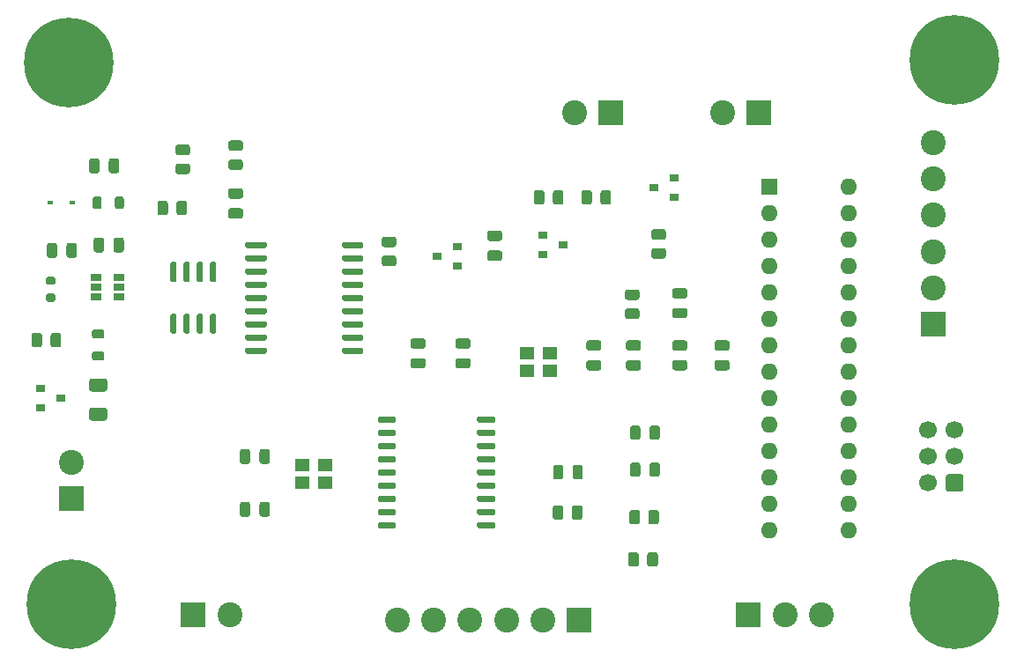
<source format=gbr>
%TF.GenerationSoftware,KiCad,Pcbnew,(5.1.12-1-10_14)*%
%TF.CreationDate,2021-11-26T20:13:54-05:00*%
%TF.ProjectId,Untitled,556e7469-746c-4656-942e-6b696361645f,rev?*%
%TF.SameCoordinates,Original*%
%TF.FileFunction,Soldermask,Top*%
%TF.FilePolarity,Negative*%
%FSLAX46Y46*%
G04 Gerber Fmt 4.6, Leading zero omitted, Abs format (unit mm)*
G04 Created by KiCad (PCBNEW (5.1.12-1-10_14)) date 2021-11-26 20:13:54*
%MOMM*%
%LPD*%
G01*
G04 APERTURE LIST*
%ADD10R,0.600000X0.450000*%
%ADD11C,0.900000*%
%ADD12C,8.600000*%
%ADD13R,2.400000X2.400000*%
%ADD14C,2.400000*%
%ADD15C,1.700000*%
%ADD16R,0.900000X0.800000*%
%ADD17R,1.060000X0.650000*%
%ADD18R,1.600000X1.600000*%
%ADD19O,1.600000X1.600000*%
%ADD20R,1.400000X1.200000*%
G04 APERTURE END LIST*
%TO.C,C1*%
G36*
G01*
X106058000Y-130015000D02*
X106058000Y-129065000D01*
G75*
G02*
X106308000Y-128815000I250000J0D01*
G01*
X106808000Y-128815000D01*
G75*
G02*
X107058000Y-129065000I0J-250000D01*
G01*
X107058000Y-130015000D01*
G75*
G02*
X106808000Y-130265000I-250000J0D01*
G01*
X106308000Y-130265000D01*
G75*
G02*
X106058000Y-130015000I0J250000D01*
G01*
G37*
G36*
G01*
X107958000Y-130015000D02*
X107958000Y-129065000D01*
G75*
G02*
X108208000Y-128815000I250000J0D01*
G01*
X108708000Y-128815000D01*
G75*
G02*
X108958000Y-129065000I0J-250000D01*
G01*
X108958000Y-130015000D01*
G75*
G02*
X108708000Y-130265000I-250000J0D01*
G01*
X108208000Y-130265000D01*
G75*
G02*
X107958000Y-130015000I0J250000D01*
G01*
G37*
%TD*%
%TO.C,C2*%
G36*
G01*
X107958000Y-124935000D02*
X107958000Y-123985000D01*
G75*
G02*
X108208000Y-123735000I250000J0D01*
G01*
X108708000Y-123735000D01*
G75*
G02*
X108958000Y-123985000I0J-250000D01*
G01*
X108958000Y-124935000D01*
G75*
G02*
X108708000Y-125185000I-250000J0D01*
G01*
X108208000Y-125185000D01*
G75*
G02*
X107958000Y-124935000I0J250000D01*
G01*
G37*
G36*
G01*
X106058000Y-124935000D02*
X106058000Y-123985000D01*
G75*
G02*
X106308000Y-123735000I250000J0D01*
G01*
X106808000Y-123735000D01*
G75*
G02*
X107058000Y-123985000I0J-250000D01*
G01*
X107058000Y-124935000D01*
G75*
G02*
X106808000Y-125185000I-250000J0D01*
G01*
X106308000Y-125185000D01*
G75*
G02*
X106058000Y-124935000I0J250000D01*
G01*
G37*
%TD*%
%TO.C,C3*%
G36*
G01*
X90416000Y-104173000D02*
X90416000Y-105123000D01*
G75*
G02*
X90166000Y-105373000I-250000J0D01*
G01*
X89666000Y-105373000D01*
G75*
G02*
X89416000Y-105123000I0J250000D01*
G01*
X89416000Y-104173000D01*
G75*
G02*
X89666000Y-103923000I250000J0D01*
G01*
X90166000Y-103923000D01*
G75*
G02*
X90416000Y-104173000I0J-250000D01*
G01*
G37*
G36*
G01*
X88516000Y-104173000D02*
X88516000Y-105123000D01*
G75*
G02*
X88266000Y-105373000I-250000J0D01*
G01*
X87766000Y-105373000D01*
G75*
G02*
X87516000Y-105123000I0J250000D01*
G01*
X87516000Y-104173000D01*
G75*
G02*
X87766000Y-103923000I250000J0D01*
G01*
X88266000Y-103923000D01*
G75*
G02*
X88516000Y-104173000I0J-250000D01*
G01*
G37*
%TD*%
%TO.C,C4*%
G36*
G01*
X122715000Y-113104000D02*
X123665000Y-113104000D01*
G75*
G02*
X123915000Y-113354000I0J-250000D01*
G01*
X123915000Y-113854000D01*
G75*
G02*
X123665000Y-114104000I-250000J0D01*
G01*
X122715000Y-114104000D01*
G75*
G02*
X122465000Y-113854000I0J250000D01*
G01*
X122465000Y-113354000D01*
G75*
G02*
X122715000Y-113104000I250000J0D01*
G01*
G37*
G36*
G01*
X122715000Y-115004000D02*
X123665000Y-115004000D01*
G75*
G02*
X123915000Y-115254000I0J-250000D01*
G01*
X123915000Y-115754000D01*
G75*
G02*
X123665000Y-116004000I-250000J0D01*
G01*
X122715000Y-116004000D01*
G75*
G02*
X122465000Y-115754000I0J250000D01*
G01*
X122465000Y-115254000D01*
G75*
G02*
X122715000Y-115004000I250000J0D01*
G01*
G37*
%TD*%
%TO.C,C5*%
G36*
G01*
X127033000Y-115004000D02*
X127983000Y-115004000D01*
G75*
G02*
X128233000Y-115254000I0J-250000D01*
G01*
X128233000Y-115754000D01*
G75*
G02*
X127983000Y-116004000I-250000J0D01*
G01*
X127033000Y-116004000D01*
G75*
G02*
X126783000Y-115754000I0J250000D01*
G01*
X126783000Y-115254000D01*
G75*
G02*
X127033000Y-115004000I250000J0D01*
G01*
G37*
G36*
G01*
X127033000Y-113104000D02*
X127983000Y-113104000D01*
G75*
G02*
X128233000Y-113354000I0J-250000D01*
G01*
X128233000Y-113854000D01*
G75*
G02*
X127983000Y-114104000I-250000J0D01*
G01*
X127033000Y-114104000D01*
G75*
G02*
X126783000Y-113854000I0J250000D01*
G01*
X126783000Y-113354000D01*
G75*
G02*
X127033000Y-113104000I250000J0D01*
G01*
G37*
%TD*%
%TO.C,C6*%
G36*
G01*
X140556000Y-116197000D02*
X139606000Y-116197000D01*
G75*
G02*
X139356000Y-115947000I0J250000D01*
G01*
X139356000Y-115447000D01*
G75*
G02*
X139606000Y-115197000I250000J0D01*
G01*
X140556000Y-115197000D01*
G75*
G02*
X140806000Y-115447000I0J-250000D01*
G01*
X140806000Y-115947000D01*
G75*
G02*
X140556000Y-116197000I-250000J0D01*
G01*
G37*
G36*
G01*
X140556000Y-114297000D02*
X139606000Y-114297000D01*
G75*
G02*
X139356000Y-114047000I0J250000D01*
G01*
X139356000Y-113547000D01*
G75*
G02*
X139606000Y-113297000I250000J0D01*
G01*
X140556000Y-113297000D01*
G75*
G02*
X140806000Y-113547000I0J-250000D01*
G01*
X140806000Y-114047000D01*
G75*
G02*
X140556000Y-114297000I-250000J0D01*
G01*
G37*
%TD*%
%TO.C,C7*%
G36*
G01*
X144366000Y-114297000D02*
X143416000Y-114297000D01*
G75*
G02*
X143166000Y-114047000I0J250000D01*
G01*
X143166000Y-113547000D01*
G75*
G02*
X143416000Y-113297000I250000J0D01*
G01*
X144366000Y-113297000D01*
G75*
G02*
X144616000Y-113547000I0J-250000D01*
G01*
X144616000Y-114047000D01*
G75*
G02*
X144366000Y-114297000I-250000J0D01*
G01*
G37*
G36*
G01*
X144366000Y-116197000D02*
X143416000Y-116197000D01*
G75*
G02*
X143166000Y-115947000I0J250000D01*
G01*
X143166000Y-115447000D01*
G75*
G02*
X143416000Y-115197000I250000J0D01*
G01*
X144366000Y-115197000D01*
G75*
G02*
X144616000Y-115447000I0J-250000D01*
G01*
X144616000Y-115947000D01*
G75*
G02*
X144366000Y-116197000I-250000J0D01*
G01*
G37*
%TD*%
%TO.C,C8*%
G36*
G01*
X147861000Y-113292000D02*
X148811000Y-113292000D01*
G75*
G02*
X149061000Y-113542000I0J-250000D01*
G01*
X149061000Y-114042000D01*
G75*
G02*
X148811000Y-114292000I-250000J0D01*
G01*
X147861000Y-114292000D01*
G75*
G02*
X147611000Y-114042000I0J250000D01*
G01*
X147611000Y-113542000D01*
G75*
G02*
X147861000Y-113292000I250000J0D01*
G01*
G37*
G36*
G01*
X147861000Y-115192000D02*
X148811000Y-115192000D01*
G75*
G02*
X149061000Y-115442000I0J-250000D01*
G01*
X149061000Y-115942000D01*
G75*
G02*
X148811000Y-116192000I-250000J0D01*
G01*
X147861000Y-116192000D01*
G75*
G02*
X147611000Y-115942000I0J250000D01*
G01*
X147611000Y-115442000D01*
G75*
G02*
X147861000Y-115192000I250000J0D01*
G01*
G37*
%TD*%
%TO.C,C9*%
G36*
G01*
X151925000Y-115197000D02*
X152875000Y-115197000D01*
G75*
G02*
X153125000Y-115447000I0J-250000D01*
G01*
X153125000Y-115947000D01*
G75*
G02*
X152875000Y-116197000I-250000J0D01*
G01*
X151925000Y-116197000D01*
G75*
G02*
X151675000Y-115947000I0J250000D01*
G01*
X151675000Y-115447000D01*
G75*
G02*
X151925000Y-115197000I250000J0D01*
G01*
G37*
G36*
G01*
X151925000Y-113297000D02*
X152875000Y-113297000D01*
G75*
G02*
X153125000Y-113547000I0J-250000D01*
G01*
X153125000Y-114047000D01*
G75*
G02*
X152875000Y-114297000I-250000J0D01*
G01*
X151925000Y-114297000D01*
G75*
G02*
X151675000Y-114047000I0J250000D01*
G01*
X151675000Y-113547000D01*
G75*
G02*
X151925000Y-113297000I250000J0D01*
G01*
G37*
%TD*%
%TO.C,C10*%
G36*
G01*
X93922000Y-104615000D02*
X93922000Y-103665000D01*
G75*
G02*
X94172000Y-103415000I250000J0D01*
G01*
X94672000Y-103415000D01*
G75*
G02*
X94922000Y-103665000I0J-250000D01*
G01*
X94922000Y-104615000D01*
G75*
G02*
X94672000Y-104865000I-250000J0D01*
G01*
X94172000Y-104865000D01*
G75*
G02*
X93922000Y-104615000I0J250000D01*
G01*
G37*
G36*
G01*
X92022000Y-104615000D02*
X92022000Y-103665000D01*
G75*
G02*
X92272000Y-103415000I250000J0D01*
G01*
X92772000Y-103415000D01*
G75*
G02*
X93022000Y-103665000I0J-250000D01*
G01*
X93022000Y-104615000D01*
G75*
G02*
X92772000Y-104865000I-250000J0D01*
G01*
X92272000Y-104865000D01*
G75*
G02*
X92022000Y-104615000I0J250000D01*
G01*
G37*
%TD*%
%TO.C,C11*%
G36*
G01*
X105189000Y-100592000D02*
X106139000Y-100592000D01*
G75*
G02*
X106389000Y-100842000I0J-250000D01*
G01*
X106389000Y-101342000D01*
G75*
G02*
X106139000Y-101592000I-250000J0D01*
G01*
X105189000Y-101592000D01*
G75*
G02*
X104939000Y-101342000I0J250000D01*
G01*
X104939000Y-100842000D01*
G75*
G02*
X105189000Y-100592000I250000J0D01*
G01*
G37*
G36*
G01*
X105189000Y-98692000D02*
X106139000Y-98692000D01*
G75*
G02*
X106389000Y-98942000I0J-250000D01*
G01*
X106389000Y-99442000D01*
G75*
G02*
X106139000Y-99692000I-250000J0D01*
G01*
X105189000Y-99692000D01*
G75*
G02*
X104939000Y-99442000I0J250000D01*
G01*
X104939000Y-98942000D01*
G75*
G02*
X105189000Y-98692000I250000J0D01*
G01*
G37*
%TD*%
%TO.C,C12*%
G36*
G01*
X94480000Y-96045000D02*
X94480000Y-96995000D01*
G75*
G02*
X94230000Y-97245000I-250000J0D01*
G01*
X93730000Y-97245000D01*
G75*
G02*
X93480000Y-96995000I0J250000D01*
G01*
X93480000Y-96045000D01*
G75*
G02*
X93730000Y-95795000I250000J0D01*
G01*
X94230000Y-95795000D01*
G75*
G02*
X94480000Y-96045000I0J-250000D01*
G01*
G37*
G36*
G01*
X92580000Y-96045000D02*
X92580000Y-96995000D01*
G75*
G02*
X92330000Y-97245000I-250000J0D01*
G01*
X91830000Y-97245000D01*
G75*
G02*
X91580000Y-96995000I0J250000D01*
G01*
X91580000Y-96045000D01*
G75*
G02*
X91830000Y-95795000I250000J0D01*
G01*
X92330000Y-95795000D01*
G75*
G02*
X92580000Y-96045000I0J-250000D01*
G01*
G37*
%TD*%
%TO.C,C13*%
G36*
G01*
X147861000Y-108278000D02*
X148811000Y-108278000D01*
G75*
G02*
X149061000Y-108528000I0J-250000D01*
G01*
X149061000Y-109028000D01*
G75*
G02*
X148811000Y-109278000I-250000J0D01*
G01*
X147861000Y-109278000D01*
G75*
G02*
X147611000Y-109028000I0J250000D01*
G01*
X147611000Y-108528000D01*
G75*
G02*
X147861000Y-108278000I250000J0D01*
G01*
G37*
G36*
G01*
X147861000Y-110178000D02*
X148811000Y-110178000D01*
G75*
G02*
X149061000Y-110428000I0J-250000D01*
G01*
X149061000Y-110928000D01*
G75*
G02*
X148811000Y-111178000I-250000J0D01*
G01*
X147861000Y-111178000D01*
G75*
G02*
X147611000Y-110928000I0J250000D01*
G01*
X147611000Y-110428000D01*
G75*
G02*
X147861000Y-110178000I250000J0D01*
G01*
G37*
%TD*%
%TO.C,C14*%
G36*
G01*
X130081000Y-104656000D02*
X131031000Y-104656000D01*
G75*
G02*
X131281000Y-104906000I0J-250000D01*
G01*
X131281000Y-105406000D01*
G75*
G02*
X131031000Y-105656000I-250000J0D01*
G01*
X130081000Y-105656000D01*
G75*
G02*
X129831000Y-105406000I0J250000D01*
G01*
X129831000Y-104906000D01*
G75*
G02*
X130081000Y-104656000I250000J0D01*
G01*
G37*
G36*
G01*
X130081000Y-102756000D02*
X131031000Y-102756000D01*
G75*
G02*
X131281000Y-103006000I0J-250000D01*
G01*
X131281000Y-103506000D01*
G75*
G02*
X131031000Y-103756000I-250000J0D01*
G01*
X130081000Y-103756000D01*
G75*
G02*
X129831000Y-103506000I0J250000D01*
G01*
X129831000Y-103006000D01*
G75*
G02*
X130081000Y-102756000I250000J0D01*
G01*
G37*
%TD*%
%TO.C,D1*%
G36*
G01*
X139014500Y-125527750D02*
X139014500Y-126440250D01*
G75*
G02*
X138770750Y-126684000I-243750J0D01*
G01*
X138283250Y-126684000D01*
G75*
G02*
X138039500Y-126440250I0J243750D01*
G01*
X138039500Y-125527750D01*
G75*
G02*
X138283250Y-125284000I243750J0D01*
G01*
X138770750Y-125284000D01*
G75*
G02*
X139014500Y-125527750I0J-243750D01*
G01*
G37*
G36*
G01*
X137139500Y-125527750D02*
X137139500Y-126440250D01*
G75*
G02*
X136895750Y-126684000I-243750J0D01*
G01*
X136408250Y-126684000D01*
G75*
G02*
X136164500Y-126440250I0J243750D01*
G01*
X136164500Y-125527750D01*
G75*
G02*
X136408250Y-125284000I243750J0D01*
G01*
X136895750Y-125284000D01*
G75*
G02*
X137139500Y-125527750I0J-243750D01*
G01*
G37*
%TD*%
D10*
%TO.C,D2*%
X89950000Y-100076000D03*
X87850000Y-100076000D03*
%TD*%
%TO.C,D3*%
G36*
G01*
X144535500Y-121717750D02*
X144535500Y-122630250D01*
G75*
G02*
X144291750Y-122874000I-243750J0D01*
G01*
X143804250Y-122874000D01*
G75*
G02*
X143560500Y-122630250I0J243750D01*
G01*
X143560500Y-121717750D01*
G75*
G02*
X143804250Y-121474000I243750J0D01*
G01*
X144291750Y-121474000D01*
G75*
G02*
X144535500Y-121717750I0J-243750D01*
G01*
G37*
G36*
G01*
X146410500Y-121717750D02*
X146410500Y-122630250D01*
G75*
G02*
X146166750Y-122874000I-243750J0D01*
G01*
X145679250Y-122874000D01*
G75*
G02*
X145435500Y-122630250I0J243750D01*
G01*
X145435500Y-121717750D01*
G75*
G02*
X145679250Y-121474000I243750J0D01*
G01*
X146166750Y-121474000D01*
G75*
G02*
X146410500Y-121717750I0J-243750D01*
G01*
G37*
%TD*%
%TO.C,D4*%
G36*
G01*
X146410500Y-125273750D02*
X146410500Y-126186250D01*
G75*
G02*
X146166750Y-126430000I-243750J0D01*
G01*
X145679250Y-126430000D01*
G75*
G02*
X145435500Y-126186250I0J243750D01*
G01*
X145435500Y-125273750D01*
G75*
G02*
X145679250Y-125030000I243750J0D01*
G01*
X146166750Y-125030000D01*
G75*
G02*
X146410500Y-125273750I0J-243750D01*
G01*
G37*
G36*
G01*
X144535500Y-125273750D02*
X144535500Y-126186250D01*
G75*
G02*
X144291750Y-126430000I-243750J0D01*
G01*
X143804250Y-126430000D01*
G75*
G02*
X143560500Y-126186250I0J243750D01*
G01*
X143560500Y-125273750D01*
G75*
G02*
X143804250Y-125030000I243750J0D01*
G01*
X144291750Y-125030000D01*
G75*
G02*
X144535500Y-125273750I0J-243750D01*
G01*
G37*
%TD*%
%TO.C,F1*%
G36*
G01*
X91831000Y-116971000D02*
X93081000Y-116971000D01*
G75*
G02*
X93331000Y-117221000I0J-250000D01*
G01*
X93331000Y-117971000D01*
G75*
G02*
X93081000Y-118221000I-250000J0D01*
G01*
X91831000Y-118221000D01*
G75*
G02*
X91581000Y-117971000I0J250000D01*
G01*
X91581000Y-117221000D01*
G75*
G02*
X91831000Y-116971000I250000J0D01*
G01*
G37*
G36*
G01*
X91831000Y-119771000D02*
X93081000Y-119771000D01*
G75*
G02*
X93331000Y-120021000I0J-250000D01*
G01*
X93331000Y-120771000D01*
G75*
G02*
X93081000Y-121021000I-250000J0D01*
G01*
X91831000Y-121021000D01*
G75*
G02*
X91581000Y-120771000I0J250000D01*
G01*
X91581000Y-120021000D01*
G75*
G02*
X91831000Y-119771000I250000J0D01*
G01*
G37*
%TD*%
%TO.C,FB1*%
G36*
G01*
X92074750Y-114370500D02*
X92837250Y-114370500D01*
G75*
G02*
X93056000Y-114589250I0J-218750D01*
G01*
X93056000Y-115026750D01*
G75*
G02*
X92837250Y-115245500I-218750J0D01*
G01*
X92074750Y-115245500D01*
G75*
G02*
X91856000Y-115026750I0J218750D01*
G01*
X91856000Y-114589250D01*
G75*
G02*
X92074750Y-114370500I218750J0D01*
G01*
G37*
G36*
G01*
X92074750Y-112245500D02*
X92837250Y-112245500D01*
G75*
G02*
X93056000Y-112464250I0J-218750D01*
G01*
X93056000Y-112901750D01*
G75*
G02*
X92837250Y-113120500I-218750J0D01*
G01*
X92074750Y-113120500D01*
G75*
G02*
X91856000Y-112901750I0J218750D01*
G01*
X91856000Y-112464250D01*
G75*
G02*
X92074750Y-112245500I218750J0D01*
G01*
G37*
%TD*%
D11*
%TO.C,H1*%
X92196419Y-136403581D03*
X89916000Y-135459000D03*
X87635581Y-136403581D03*
X86691000Y-138684000D03*
X87635581Y-140964419D03*
X89916000Y-141909000D03*
X92196419Y-140964419D03*
X93141000Y-138684000D03*
D12*
X89916000Y-138684000D03*
%TD*%
%TO.C,H2*%
X174752000Y-138684000D03*
D11*
X177977000Y-138684000D03*
X177032419Y-140964419D03*
X174752000Y-141909000D03*
X172471581Y-140964419D03*
X171527000Y-138684000D03*
X172471581Y-136403581D03*
X174752000Y-135459000D03*
X177032419Y-136403581D03*
%TD*%
%TO.C,H3*%
X91948000Y-84339162D03*
X89667581Y-83394581D03*
X87387162Y-84339162D03*
X86442581Y-86619581D03*
X87387162Y-88900000D03*
X89667581Y-89844581D03*
X91948000Y-88900000D03*
X92892581Y-86619581D03*
D12*
X89667581Y-86619581D03*
%TD*%
%TO.C,H4*%
X174752000Y-86360000D03*
D11*
X177977000Y-86360000D03*
X177032419Y-88640419D03*
X174752000Y-89585000D03*
X172471581Y-88640419D03*
X171527000Y-86360000D03*
X172471581Y-84079581D03*
X174752000Y-83135000D03*
X177032419Y-84079581D03*
%TD*%
D13*
%TO.C,J1*%
X101600000Y-139700000D03*
D14*
X105100000Y-139700000D03*
%TD*%
%TO.C,J2*%
G36*
G01*
X175602000Y-126400000D02*
X175602000Y-127600000D01*
G75*
G02*
X175352000Y-127850000I-250000J0D01*
G01*
X174152000Y-127850000D01*
G75*
G02*
X173902000Y-127600000I0J250000D01*
G01*
X173902000Y-126400000D01*
G75*
G02*
X174152000Y-126150000I250000J0D01*
G01*
X175352000Y-126150000D01*
G75*
G02*
X175602000Y-126400000I0J-250000D01*
G01*
G37*
D15*
X174752000Y-124460000D03*
X174752000Y-121920000D03*
X172212000Y-127000000D03*
X172212000Y-124460000D03*
X172212000Y-121920000D03*
%TD*%
D13*
%TO.C,J3*%
X154940000Y-139700000D03*
D14*
X158440000Y-139700000D03*
X161940000Y-139700000D03*
%TD*%
D13*
%TO.C,J4*%
X172720000Y-111760000D03*
D14*
X172720000Y-108260000D03*
X172720000Y-104760000D03*
X172720000Y-101260000D03*
X172720000Y-97760000D03*
X172720000Y-94260000D03*
%TD*%
%TO.C,J5*%
X138232000Y-91440000D03*
D13*
X141732000Y-91440000D03*
%TD*%
D14*
%TO.C,J7*%
X89916000Y-125024000D03*
D13*
X89916000Y-128524000D03*
%TD*%
%TO.C,J8*%
X155956000Y-91440000D03*
D14*
X152456000Y-91440000D03*
%TD*%
%TO.C,L1*%
G36*
G01*
X91925500Y-100457250D02*
X91925500Y-99694750D01*
G75*
G02*
X92144250Y-99476000I218750J0D01*
G01*
X92581750Y-99476000D01*
G75*
G02*
X92800500Y-99694750I0J-218750D01*
G01*
X92800500Y-100457250D01*
G75*
G02*
X92581750Y-100676000I-218750J0D01*
G01*
X92144250Y-100676000D01*
G75*
G02*
X91925500Y-100457250I0J218750D01*
G01*
G37*
G36*
G01*
X94050500Y-100457250D02*
X94050500Y-99694750D01*
G75*
G02*
X94269250Y-99476000I218750J0D01*
G01*
X94706750Y-99476000D01*
G75*
G02*
X94925500Y-99694750I0J-218750D01*
G01*
X94925500Y-100457250D01*
G75*
G02*
X94706750Y-100676000I-218750J0D01*
G01*
X94269250Y-100676000D01*
G75*
G02*
X94050500Y-100457250I0J218750D01*
G01*
G37*
%TD*%
D16*
%TO.C,Q1*%
X88884000Y-118872000D03*
X86884000Y-119822000D03*
X86884000Y-117922000D03*
%TD*%
%TO.C,Q2*%
X135144000Y-103190000D03*
X135144000Y-105090000D03*
X137144000Y-104140000D03*
%TD*%
%TO.C,Q3*%
X145828000Y-98618000D03*
X147828000Y-97668000D03*
X147828000Y-99568000D03*
%TD*%
%TO.C,R1*%
G36*
G01*
X136139500Y-130307501D02*
X136139500Y-129407499D01*
G75*
G02*
X136389499Y-129157500I249999J0D01*
G01*
X136914501Y-129157500D01*
G75*
G02*
X137164500Y-129407499I0J-249999D01*
G01*
X137164500Y-130307501D01*
G75*
G02*
X136914501Y-130557500I-249999J0D01*
G01*
X136389499Y-130557500D01*
G75*
G02*
X136139500Y-130307501I0J249999D01*
G01*
G37*
G36*
G01*
X137964500Y-130307501D02*
X137964500Y-129407499D01*
G75*
G02*
X138214499Y-129157500I249999J0D01*
G01*
X138739501Y-129157500D01*
G75*
G02*
X138989500Y-129407499I0J-249999D01*
G01*
X138989500Y-130307501D01*
G75*
G02*
X138739501Y-130557500I-249999J0D01*
G01*
X138214499Y-130557500D01*
G75*
G02*
X137964500Y-130307501I0J249999D01*
G01*
G37*
%TD*%
%TO.C,R2*%
G36*
G01*
X119945999Y-105151500D02*
X120846001Y-105151500D01*
G75*
G02*
X121096000Y-105401499I0J-249999D01*
G01*
X121096000Y-105926501D01*
G75*
G02*
X120846001Y-106176500I-249999J0D01*
G01*
X119945999Y-106176500D01*
G75*
G02*
X119696000Y-105926501I0J249999D01*
G01*
X119696000Y-105401499D01*
G75*
G02*
X119945999Y-105151500I249999J0D01*
G01*
G37*
G36*
G01*
X119945999Y-103326500D02*
X120846001Y-103326500D01*
G75*
G02*
X121096000Y-103576499I0J-249999D01*
G01*
X121096000Y-104101501D01*
G75*
G02*
X120846001Y-104351500I-249999J0D01*
G01*
X119945999Y-104351500D01*
G75*
G02*
X119696000Y-104101501I0J249999D01*
G01*
X119696000Y-103576499D01*
G75*
G02*
X119945999Y-103326500I249999J0D01*
G01*
G37*
%TD*%
%TO.C,R3*%
G36*
G01*
X88904500Y-112833999D02*
X88904500Y-113734001D01*
G75*
G02*
X88654501Y-113984000I-249999J0D01*
G01*
X88129499Y-113984000D01*
G75*
G02*
X87879500Y-113734001I0J249999D01*
G01*
X87879500Y-112833999D01*
G75*
G02*
X88129499Y-112584000I249999J0D01*
G01*
X88654501Y-112584000D01*
G75*
G02*
X88904500Y-112833999I0J-249999D01*
G01*
G37*
G36*
G01*
X87079500Y-112833999D02*
X87079500Y-113734001D01*
G75*
G02*
X86829501Y-113984000I-249999J0D01*
G01*
X86304499Y-113984000D01*
G75*
G02*
X86054500Y-113734001I0J249999D01*
G01*
X86054500Y-112833999D01*
G75*
G02*
X86304499Y-112584000I249999J0D01*
G01*
X86829501Y-112584000D01*
G75*
G02*
X87079500Y-112833999I0J-249999D01*
G01*
G37*
%TD*%
%TO.C,R4*%
G36*
G01*
X88159000Y-109620000D02*
X87609000Y-109620000D01*
G75*
G02*
X87409000Y-109420000I0J200000D01*
G01*
X87409000Y-109020000D01*
G75*
G02*
X87609000Y-108820000I200000J0D01*
G01*
X88159000Y-108820000D01*
G75*
G02*
X88359000Y-109020000I0J-200000D01*
G01*
X88359000Y-109420000D01*
G75*
G02*
X88159000Y-109620000I-200000J0D01*
G01*
G37*
G36*
G01*
X88159000Y-107970000D02*
X87609000Y-107970000D01*
G75*
G02*
X87409000Y-107770000I0J200000D01*
G01*
X87409000Y-107370000D01*
G75*
G02*
X87609000Y-107170000I200000J0D01*
G01*
X88159000Y-107170000D01*
G75*
G02*
X88359000Y-107370000I0J-200000D01*
G01*
X88359000Y-107770000D01*
G75*
G02*
X88159000Y-107970000I-200000J0D01*
G01*
G37*
%TD*%
%TO.C,R5*%
G36*
G01*
X106114001Y-95104000D02*
X105213999Y-95104000D01*
G75*
G02*
X104964000Y-94854001I0J249999D01*
G01*
X104964000Y-94328999D01*
G75*
G02*
X105213999Y-94079000I249999J0D01*
G01*
X106114001Y-94079000D01*
G75*
G02*
X106364000Y-94328999I0J-249999D01*
G01*
X106364000Y-94854001D01*
G75*
G02*
X106114001Y-95104000I-249999J0D01*
G01*
G37*
G36*
G01*
X106114001Y-96929000D02*
X105213999Y-96929000D01*
G75*
G02*
X104964000Y-96679001I0J249999D01*
G01*
X104964000Y-96153999D01*
G75*
G02*
X105213999Y-95904000I249999J0D01*
G01*
X106114001Y-95904000D01*
G75*
G02*
X106364000Y-96153999I0J-249999D01*
G01*
X106364000Y-96679001D01*
G75*
G02*
X106114001Y-96929000I-249999J0D01*
G01*
G37*
%TD*%
%TO.C,R6*%
G36*
G01*
X100133999Y-94483500D02*
X101034001Y-94483500D01*
G75*
G02*
X101284000Y-94733499I0J-249999D01*
G01*
X101284000Y-95258501D01*
G75*
G02*
X101034001Y-95508500I-249999J0D01*
G01*
X100133999Y-95508500D01*
G75*
G02*
X99884000Y-95258501I0J249999D01*
G01*
X99884000Y-94733499D01*
G75*
G02*
X100133999Y-94483500I249999J0D01*
G01*
G37*
G36*
G01*
X100133999Y-96308500D02*
X101034001Y-96308500D01*
G75*
G02*
X101284000Y-96558499I0J-249999D01*
G01*
X101284000Y-97083501D01*
G75*
G02*
X101034001Y-97333500I-249999J0D01*
G01*
X100133999Y-97333500D01*
G75*
G02*
X99884000Y-97083501I0J249999D01*
G01*
X99884000Y-96558499D01*
G75*
G02*
X100133999Y-96308500I249999J0D01*
G01*
G37*
%TD*%
%TO.C,R7*%
G36*
G01*
X99168000Y-100133999D02*
X99168000Y-101034001D01*
G75*
G02*
X98918001Y-101284000I-249999J0D01*
G01*
X98392999Y-101284000D01*
G75*
G02*
X98143000Y-101034001I0J249999D01*
G01*
X98143000Y-100133999D01*
G75*
G02*
X98392999Y-99884000I249999J0D01*
G01*
X98918001Y-99884000D01*
G75*
G02*
X99168000Y-100133999I0J-249999D01*
G01*
G37*
G36*
G01*
X100993000Y-100133999D02*
X100993000Y-101034001D01*
G75*
G02*
X100743001Y-101284000I-249999J0D01*
G01*
X100217999Y-101284000D01*
G75*
G02*
X99968000Y-101034001I0J249999D01*
G01*
X99968000Y-100133999D01*
G75*
G02*
X100217999Y-99884000I249999J0D01*
G01*
X100743001Y-99884000D01*
G75*
G02*
X100993000Y-100133999I0J-249999D01*
G01*
G37*
%TD*%
%TO.C,R8*%
G36*
G01*
X144214001Y-111256500D02*
X143313999Y-111256500D01*
G75*
G02*
X143064000Y-111006501I0J249999D01*
G01*
X143064000Y-110481499D01*
G75*
G02*
X143313999Y-110231500I249999J0D01*
G01*
X144214001Y-110231500D01*
G75*
G02*
X144464000Y-110481499I0J-249999D01*
G01*
X144464000Y-111006501D01*
G75*
G02*
X144214001Y-111256500I-249999J0D01*
G01*
G37*
G36*
G01*
X144214001Y-109431500D02*
X143313999Y-109431500D01*
G75*
G02*
X143064000Y-109181501I0J249999D01*
G01*
X143064000Y-108656499D01*
G75*
G02*
X143313999Y-108406500I249999J0D01*
G01*
X144214001Y-108406500D01*
G75*
G02*
X144464000Y-108656499I0J-249999D01*
G01*
X144464000Y-109181501D01*
G75*
G02*
X144214001Y-109431500I-249999J0D01*
G01*
G37*
%TD*%
%TO.C,R9*%
G36*
G01*
X141736500Y-99117999D02*
X141736500Y-100018001D01*
G75*
G02*
X141486501Y-100268000I-249999J0D01*
G01*
X140961499Y-100268000D01*
G75*
G02*
X140711500Y-100018001I0J249999D01*
G01*
X140711500Y-99117999D01*
G75*
G02*
X140961499Y-98868000I249999J0D01*
G01*
X141486501Y-98868000D01*
G75*
G02*
X141736500Y-99117999I0J-249999D01*
G01*
G37*
G36*
G01*
X139911500Y-99117999D02*
X139911500Y-100018001D01*
G75*
G02*
X139661501Y-100268000I-249999J0D01*
G01*
X139136499Y-100268000D01*
G75*
G02*
X138886500Y-100018001I0J249999D01*
G01*
X138886500Y-99117999D01*
G75*
G02*
X139136499Y-98868000I249999J0D01*
G01*
X139661501Y-98868000D01*
G75*
G02*
X139911500Y-99117999I0J-249999D01*
G01*
G37*
%TD*%
%TO.C,R10*%
G36*
G01*
X146754001Y-103636500D02*
X145853999Y-103636500D01*
G75*
G02*
X145604000Y-103386501I0J249999D01*
G01*
X145604000Y-102861499D01*
G75*
G02*
X145853999Y-102611500I249999J0D01*
G01*
X146754001Y-102611500D01*
G75*
G02*
X147004000Y-102861499I0J-249999D01*
G01*
X147004000Y-103386501D01*
G75*
G02*
X146754001Y-103636500I-249999J0D01*
G01*
G37*
G36*
G01*
X146754001Y-105461500D02*
X145853999Y-105461500D01*
G75*
G02*
X145604000Y-105211501I0J249999D01*
G01*
X145604000Y-104686499D01*
G75*
G02*
X145853999Y-104436500I249999J0D01*
G01*
X146754001Y-104436500D01*
G75*
G02*
X147004000Y-104686499I0J-249999D01*
G01*
X147004000Y-105211501D01*
G75*
G02*
X146754001Y-105461500I-249999J0D01*
G01*
G37*
%TD*%
%TO.C,R11*%
G36*
G01*
X136139500Y-100018001D02*
X136139500Y-99117999D01*
G75*
G02*
X136389499Y-98868000I249999J0D01*
G01*
X136914501Y-98868000D01*
G75*
G02*
X137164500Y-99117999I0J-249999D01*
G01*
X137164500Y-100018001D01*
G75*
G02*
X136914501Y-100268000I-249999J0D01*
G01*
X136389499Y-100268000D01*
G75*
G02*
X136139500Y-100018001I0J249999D01*
G01*
G37*
G36*
G01*
X134314500Y-100018001D02*
X134314500Y-99117999D01*
G75*
G02*
X134564499Y-98868000I249999J0D01*
G01*
X135089501Y-98868000D01*
G75*
G02*
X135339500Y-99117999I0J-249999D01*
G01*
X135339500Y-100018001D01*
G75*
G02*
X135089501Y-100268000I-249999J0D01*
G01*
X134564499Y-100268000D01*
G75*
G02*
X134314500Y-100018001I0J249999D01*
G01*
G37*
%TD*%
%TO.C,R12*%
G36*
G01*
X144403500Y-133915999D02*
X144403500Y-134816001D01*
G75*
G02*
X144153501Y-135066000I-249999J0D01*
G01*
X143628499Y-135066000D01*
G75*
G02*
X143378500Y-134816001I0J249999D01*
G01*
X143378500Y-133915999D01*
G75*
G02*
X143628499Y-133666000I249999J0D01*
G01*
X144153501Y-133666000D01*
G75*
G02*
X144403500Y-133915999I0J-249999D01*
G01*
G37*
G36*
G01*
X146228500Y-133915999D02*
X146228500Y-134816001D01*
G75*
G02*
X145978501Y-135066000I-249999J0D01*
G01*
X145453499Y-135066000D01*
G75*
G02*
X145203500Y-134816001I0J249999D01*
G01*
X145203500Y-133915999D01*
G75*
G02*
X145453499Y-133666000I249999J0D01*
G01*
X145978501Y-133666000D01*
G75*
G02*
X146228500Y-133915999I0J-249999D01*
G01*
G37*
%TD*%
%TO.C,R13*%
G36*
G01*
X146332000Y-129851999D02*
X146332000Y-130752001D01*
G75*
G02*
X146082001Y-131002000I-249999J0D01*
G01*
X145556999Y-131002000D01*
G75*
G02*
X145307000Y-130752001I0J249999D01*
G01*
X145307000Y-129851999D01*
G75*
G02*
X145556999Y-129602000I249999J0D01*
G01*
X146082001Y-129602000D01*
G75*
G02*
X146332000Y-129851999I0J-249999D01*
G01*
G37*
G36*
G01*
X144507000Y-129851999D02*
X144507000Y-130752001D01*
G75*
G02*
X144257001Y-131002000I-249999J0D01*
G01*
X143731999Y-131002000D01*
G75*
G02*
X143482000Y-130752001I0J249999D01*
G01*
X143482000Y-129851999D01*
G75*
G02*
X143731999Y-129602000I249999J0D01*
G01*
X144257001Y-129602000D01*
G75*
G02*
X144507000Y-129851999I0J-249999D01*
G01*
G37*
%TD*%
%TO.C,U1*%
G36*
G01*
X106593000Y-104290000D02*
X106593000Y-103990000D01*
G75*
G02*
X106743000Y-103840000I150000J0D01*
G01*
X108493000Y-103840000D01*
G75*
G02*
X108643000Y-103990000I0J-150000D01*
G01*
X108643000Y-104290000D01*
G75*
G02*
X108493000Y-104440000I-150000J0D01*
G01*
X106743000Y-104440000D01*
G75*
G02*
X106593000Y-104290000I0J150000D01*
G01*
G37*
G36*
G01*
X106593000Y-105560000D02*
X106593000Y-105260000D01*
G75*
G02*
X106743000Y-105110000I150000J0D01*
G01*
X108493000Y-105110000D01*
G75*
G02*
X108643000Y-105260000I0J-150000D01*
G01*
X108643000Y-105560000D01*
G75*
G02*
X108493000Y-105710000I-150000J0D01*
G01*
X106743000Y-105710000D01*
G75*
G02*
X106593000Y-105560000I0J150000D01*
G01*
G37*
G36*
G01*
X106593000Y-106830000D02*
X106593000Y-106530000D01*
G75*
G02*
X106743000Y-106380000I150000J0D01*
G01*
X108493000Y-106380000D01*
G75*
G02*
X108643000Y-106530000I0J-150000D01*
G01*
X108643000Y-106830000D01*
G75*
G02*
X108493000Y-106980000I-150000J0D01*
G01*
X106743000Y-106980000D01*
G75*
G02*
X106593000Y-106830000I0J150000D01*
G01*
G37*
G36*
G01*
X106593000Y-108100000D02*
X106593000Y-107800000D01*
G75*
G02*
X106743000Y-107650000I150000J0D01*
G01*
X108493000Y-107650000D01*
G75*
G02*
X108643000Y-107800000I0J-150000D01*
G01*
X108643000Y-108100000D01*
G75*
G02*
X108493000Y-108250000I-150000J0D01*
G01*
X106743000Y-108250000D01*
G75*
G02*
X106593000Y-108100000I0J150000D01*
G01*
G37*
G36*
G01*
X106593000Y-109370000D02*
X106593000Y-109070000D01*
G75*
G02*
X106743000Y-108920000I150000J0D01*
G01*
X108493000Y-108920000D01*
G75*
G02*
X108643000Y-109070000I0J-150000D01*
G01*
X108643000Y-109370000D01*
G75*
G02*
X108493000Y-109520000I-150000J0D01*
G01*
X106743000Y-109520000D01*
G75*
G02*
X106593000Y-109370000I0J150000D01*
G01*
G37*
G36*
G01*
X106593000Y-110640000D02*
X106593000Y-110340000D01*
G75*
G02*
X106743000Y-110190000I150000J0D01*
G01*
X108493000Y-110190000D01*
G75*
G02*
X108643000Y-110340000I0J-150000D01*
G01*
X108643000Y-110640000D01*
G75*
G02*
X108493000Y-110790000I-150000J0D01*
G01*
X106743000Y-110790000D01*
G75*
G02*
X106593000Y-110640000I0J150000D01*
G01*
G37*
G36*
G01*
X106593000Y-111910000D02*
X106593000Y-111610000D01*
G75*
G02*
X106743000Y-111460000I150000J0D01*
G01*
X108493000Y-111460000D01*
G75*
G02*
X108643000Y-111610000I0J-150000D01*
G01*
X108643000Y-111910000D01*
G75*
G02*
X108493000Y-112060000I-150000J0D01*
G01*
X106743000Y-112060000D01*
G75*
G02*
X106593000Y-111910000I0J150000D01*
G01*
G37*
G36*
G01*
X106593000Y-113180000D02*
X106593000Y-112880000D01*
G75*
G02*
X106743000Y-112730000I150000J0D01*
G01*
X108493000Y-112730000D01*
G75*
G02*
X108643000Y-112880000I0J-150000D01*
G01*
X108643000Y-113180000D01*
G75*
G02*
X108493000Y-113330000I-150000J0D01*
G01*
X106743000Y-113330000D01*
G75*
G02*
X106593000Y-113180000I0J150000D01*
G01*
G37*
G36*
G01*
X106593000Y-114450000D02*
X106593000Y-114150000D01*
G75*
G02*
X106743000Y-114000000I150000J0D01*
G01*
X108493000Y-114000000D01*
G75*
G02*
X108643000Y-114150000I0J-150000D01*
G01*
X108643000Y-114450000D01*
G75*
G02*
X108493000Y-114600000I-150000J0D01*
G01*
X106743000Y-114600000D01*
G75*
G02*
X106593000Y-114450000I0J150000D01*
G01*
G37*
G36*
G01*
X115893000Y-114450000D02*
X115893000Y-114150000D01*
G75*
G02*
X116043000Y-114000000I150000J0D01*
G01*
X117793000Y-114000000D01*
G75*
G02*
X117943000Y-114150000I0J-150000D01*
G01*
X117943000Y-114450000D01*
G75*
G02*
X117793000Y-114600000I-150000J0D01*
G01*
X116043000Y-114600000D01*
G75*
G02*
X115893000Y-114450000I0J150000D01*
G01*
G37*
G36*
G01*
X115893000Y-113180000D02*
X115893000Y-112880000D01*
G75*
G02*
X116043000Y-112730000I150000J0D01*
G01*
X117793000Y-112730000D01*
G75*
G02*
X117943000Y-112880000I0J-150000D01*
G01*
X117943000Y-113180000D01*
G75*
G02*
X117793000Y-113330000I-150000J0D01*
G01*
X116043000Y-113330000D01*
G75*
G02*
X115893000Y-113180000I0J150000D01*
G01*
G37*
G36*
G01*
X115893000Y-111910000D02*
X115893000Y-111610000D01*
G75*
G02*
X116043000Y-111460000I150000J0D01*
G01*
X117793000Y-111460000D01*
G75*
G02*
X117943000Y-111610000I0J-150000D01*
G01*
X117943000Y-111910000D01*
G75*
G02*
X117793000Y-112060000I-150000J0D01*
G01*
X116043000Y-112060000D01*
G75*
G02*
X115893000Y-111910000I0J150000D01*
G01*
G37*
G36*
G01*
X115893000Y-110640000D02*
X115893000Y-110340000D01*
G75*
G02*
X116043000Y-110190000I150000J0D01*
G01*
X117793000Y-110190000D01*
G75*
G02*
X117943000Y-110340000I0J-150000D01*
G01*
X117943000Y-110640000D01*
G75*
G02*
X117793000Y-110790000I-150000J0D01*
G01*
X116043000Y-110790000D01*
G75*
G02*
X115893000Y-110640000I0J150000D01*
G01*
G37*
G36*
G01*
X115893000Y-109370000D02*
X115893000Y-109070000D01*
G75*
G02*
X116043000Y-108920000I150000J0D01*
G01*
X117793000Y-108920000D01*
G75*
G02*
X117943000Y-109070000I0J-150000D01*
G01*
X117943000Y-109370000D01*
G75*
G02*
X117793000Y-109520000I-150000J0D01*
G01*
X116043000Y-109520000D01*
G75*
G02*
X115893000Y-109370000I0J150000D01*
G01*
G37*
G36*
G01*
X115893000Y-108100000D02*
X115893000Y-107800000D01*
G75*
G02*
X116043000Y-107650000I150000J0D01*
G01*
X117793000Y-107650000D01*
G75*
G02*
X117943000Y-107800000I0J-150000D01*
G01*
X117943000Y-108100000D01*
G75*
G02*
X117793000Y-108250000I-150000J0D01*
G01*
X116043000Y-108250000D01*
G75*
G02*
X115893000Y-108100000I0J150000D01*
G01*
G37*
G36*
G01*
X115893000Y-106830000D02*
X115893000Y-106530000D01*
G75*
G02*
X116043000Y-106380000I150000J0D01*
G01*
X117793000Y-106380000D01*
G75*
G02*
X117943000Y-106530000I0J-150000D01*
G01*
X117943000Y-106830000D01*
G75*
G02*
X117793000Y-106980000I-150000J0D01*
G01*
X116043000Y-106980000D01*
G75*
G02*
X115893000Y-106830000I0J150000D01*
G01*
G37*
G36*
G01*
X115893000Y-105560000D02*
X115893000Y-105260000D01*
G75*
G02*
X116043000Y-105110000I150000J0D01*
G01*
X117793000Y-105110000D01*
G75*
G02*
X117943000Y-105260000I0J-150000D01*
G01*
X117943000Y-105560000D01*
G75*
G02*
X117793000Y-105710000I-150000J0D01*
G01*
X116043000Y-105710000D01*
G75*
G02*
X115893000Y-105560000I0J150000D01*
G01*
G37*
G36*
G01*
X115893000Y-104290000D02*
X115893000Y-103990000D01*
G75*
G02*
X116043000Y-103840000I150000J0D01*
G01*
X117793000Y-103840000D01*
G75*
G02*
X117943000Y-103990000I0J-150000D01*
G01*
X117943000Y-104290000D01*
G75*
G02*
X117793000Y-104440000I-150000J0D01*
G01*
X116043000Y-104440000D01*
G75*
G02*
X115893000Y-104290000I0J150000D01*
G01*
G37*
%TD*%
%TO.C,U2*%
G36*
G01*
X99845000Y-112670000D02*
X99545000Y-112670000D01*
G75*
G02*
X99395000Y-112520000I0J150000D01*
G01*
X99395000Y-110870000D01*
G75*
G02*
X99545000Y-110720000I150000J0D01*
G01*
X99845000Y-110720000D01*
G75*
G02*
X99995000Y-110870000I0J-150000D01*
G01*
X99995000Y-112520000D01*
G75*
G02*
X99845000Y-112670000I-150000J0D01*
G01*
G37*
G36*
G01*
X101115000Y-112670000D02*
X100815000Y-112670000D01*
G75*
G02*
X100665000Y-112520000I0J150000D01*
G01*
X100665000Y-110870000D01*
G75*
G02*
X100815000Y-110720000I150000J0D01*
G01*
X101115000Y-110720000D01*
G75*
G02*
X101265000Y-110870000I0J-150000D01*
G01*
X101265000Y-112520000D01*
G75*
G02*
X101115000Y-112670000I-150000J0D01*
G01*
G37*
G36*
G01*
X102385000Y-112670000D02*
X102085000Y-112670000D01*
G75*
G02*
X101935000Y-112520000I0J150000D01*
G01*
X101935000Y-110870000D01*
G75*
G02*
X102085000Y-110720000I150000J0D01*
G01*
X102385000Y-110720000D01*
G75*
G02*
X102535000Y-110870000I0J-150000D01*
G01*
X102535000Y-112520000D01*
G75*
G02*
X102385000Y-112670000I-150000J0D01*
G01*
G37*
G36*
G01*
X103655000Y-112670000D02*
X103355000Y-112670000D01*
G75*
G02*
X103205000Y-112520000I0J150000D01*
G01*
X103205000Y-110870000D01*
G75*
G02*
X103355000Y-110720000I150000J0D01*
G01*
X103655000Y-110720000D01*
G75*
G02*
X103805000Y-110870000I0J-150000D01*
G01*
X103805000Y-112520000D01*
G75*
G02*
X103655000Y-112670000I-150000J0D01*
G01*
G37*
G36*
G01*
X103655000Y-107720000D02*
X103355000Y-107720000D01*
G75*
G02*
X103205000Y-107570000I0J150000D01*
G01*
X103205000Y-105920000D01*
G75*
G02*
X103355000Y-105770000I150000J0D01*
G01*
X103655000Y-105770000D01*
G75*
G02*
X103805000Y-105920000I0J-150000D01*
G01*
X103805000Y-107570000D01*
G75*
G02*
X103655000Y-107720000I-150000J0D01*
G01*
G37*
G36*
G01*
X102385000Y-107720000D02*
X102085000Y-107720000D01*
G75*
G02*
X101935000Y-107570000I0J150000D01*
G01*
X101935000Y-105920000D01*
G75*
G02*
X102085000Y-105770000I150000J0D01*
G01*
X102385000Y-105770000D01*
G75*
G02*
X102535000Y-105920000I0J-150000D01*
G01*
X102535000Y-107570000D01*
G75*
G02*
X102385000Y-107720000I-150000J0D01*
G01*
G37*
G36*
G01*
X101115000Y-107720000D02*
X100815000Y-107720000D01*
G75*
G02*
X100665000Y-107570000I0J150000D01*
G01*
X100665000Y-105920000D01*
G75*
G02*
X100815000Y-105770000I150000J0D01*
G01*
X101115000Y-105770000D01*
G75*
G02*
X101265000Y-105920000I0J-150000D01*
G01*
X101265000Y-107570000D01*
G75*
G02*
X101115000Y-107720000I-150000J0D01*
G01*
G37*
G36*
G01*
X99845000Y-107720000D02*
X99545000Y-107720000D01*
G75*
G02*
X99395000Y-107570000I0J150000D01*
G01*
X99395000Y-105920000D01*
G75*
G02*
X99545000Y-105770000I150000J0D01*
G01*
X99845000Y-105770000D01*
G75*
G02*
X99995000Y-105920000I0J-150000D01*
G01*
X99995000Y-107570000D01*
G75*
G02*
X99845000Y-107720000I-150000J0D01*
G01*
G37*
%TD*%
D17*
%TO.C,U3*%
X92288000Y-107254000D03*
X92288000Y-108204000D03*
X92288000Y-109154000D03*
X94488000Y-109154000D03*
X94488000Y-107254000D03*
X94488000Y-108204000D03*
%TD*%
D18*
%TO.C,U4*%
X156972000Y-98552000D03*
D19*
X164592000Y-131572000D03*
X156972000Y-101092000D03*
X164592000Y-129032000D03*
X156972000Y-103632000D03*
X164592000Y-126492000D03*
X156972000Y-106172000D03*
X164592000Y-123952000D03*
X156972000Y-108712000D03*
X164592000Y-121412000D03*
X156972000Y-111252000D03*
X164592000Y-118872000D03*
X156972000Y-113792000D03*
X164592000Y-116332000D03*
X156972000Y-116332000D03*
X164592000Y-113792000D03*
X156972000Y-118872000D03*
X164592000Y-111252000D03*
X156972000Y-121412000D03*
X164592000Y-108712000D03*
X156972000Y-123952000D03*
X164592000Y-106172000D03*
X156972000Y-126492000D03*
X164592000Y-103632000D03*
X156972000Y-129032000D03*
X164592000Y-101092000D03*
X156972000Y-131572000D03*
X164592000Y-98552000D03*
%TD*%
%TO.C,U5*%
G36*
G01*
X119318000Y-121054000D02*
X119318000Y-120754000D01*
G75*
G02*
X119468000Y-120604000I150000J0D01*
G01*
X120918000Y-120604000D01*
G75*
G02*
X121068000Y-120754000I0J-150000D01*
G01*
X121068000Y-121054000D01*
G75*
G02*
X120918000Y-121204000I-150000J0D01*
G01*
X119468000Y-121204000D01*
G75*
G02*
X119318000Y-121054000I0J150000D01*
G01*
G37*
G36*
G01*
X119318000Y-122324000D02*
X119318000Y-122024000D01*
G75*
G02*
X119468000Y-121874000I150000J0D01*
G01*
X120918000Y-121874000D01*
G75*
G02*
X121068000Y-122024000I0J-150000D01*
G01*
X121068000Y-122324000D01*
G75*
G02*
X120918000Y-122474000I-150000J0D01*
G01*
X119468000Y-122474000D01*
G75*
G02*
X119318000Y-122324000I0J150000D01*
G01*
G37*
G36*
G01*
X119318000Y-123594000D02*
X119318000Y-123294000D01*
G75*
G02*
X119468000Y-123144000I150000J0D01*
G01*
X120918000Y-123144000D01*
G75*
G02*
X121068000Y-123294000I0J-150000D01*
G01*
X121068000Y-123594000D01*
G75*
G02*
X120918000Y-123744000I-150000J0D01*
G01*
X119468000Y-123744000D01*
G75*
G02*
X119318000Y-123594000I0J150000D01*
G01*
G37*
G36*
G01*
X119318000Y-124864000D02*
X119318000Y-124564000D01*
G75*
G02*
X119468000Y-124414000I150000J0D01*
G01*
X120918000Y-124414000D01*
G75*
G02*
X121068000Y-124564000I0J-150000D01*
G01*
X121068000Y-124864000D01*
G75*
G02*
X120918000Y-125014000I-150000J0D01*
G01*
X119468000Y-125014000D01*
G75*
G02*
X119318000Y-124864000I0J150000D01*
G01*
G37*
G36*
G01*
X119318000Y-126134000D02*
X119318000Y-125834000D01*
G75*
G02*
X119468000Y-125684000I150000J0D01*
G01*
X120918000Y-125684000D01*
G75*
G02*
X121068000Y-125834000I0J-150000D01*
G01*
X121068000Y-126134000D01*
G75*
G02*
X120918000Y-126284000I-150000J0D01*
G01*
X119468000Y-126284000D01*
G75*
G02*
X119318000Y-126134000I0J150000D01*
G01*
G37*
G36*
G01*
X119318000Y-127404000D02*
X119318000Y-127104000D01*
G75*
G02*
X119468000Y-126954000I150000J0D01*
G01*
X120918000Y-126954000D01*
G75*
G02*
X121068000Y-127104000I0J-150000D01*
G01*
X121068000Y-127404000D01*
G75*
G02*
X120918000Y-127554000I-150000J0D01*
G01*
X119468000Y-127554000D01*
G75*
G02*
X119318000Y-127404000I0J150000D01*
G01*
G37*
G36*
G01*
X119318000Y-128674000D02*
X119318000Y-128374000D01*
G75*
G02*
X119468000Y-128224000I150000J0D01*
G01*
X120918000Y-128224000D01*
G75*
G02*
X121068000Y-128374000I0J-150000D01*
G01*
X121068000Y-128674000D01*
G75*
G02*
X120918000Y-128824000I-150000J0D01*
G01*
X119468000Y-128824000D01*
G75*
G02*
X119318000Y-128674000I0J150000D01*
G01*
G37*
G36*
G01*
X119318000Y-129944000D02*
X119318000Y-129644000D01*
G75*
G02*
X119468000Y-129494000I150000J0D01*
G01*
X120918000Y-129494000D01*
G75*
G02*
X121068000Y-129644000I0J-150000D01*
G01*
X121068000Y-129944000D01*
G75*
G02*
X120918000Y-130094000I-150000J0D01*
G01*
X119468000Y-130094000D01*
G75*
G02*
X119318000Y-129944000I0J150000D01*
G01*
G37*
G36*
G01*
X119318000Y-131214000D02*
X119318000Y-130914000D01*
G75*
G02*
X119468000Y-130764000I150000J0D01*
G01*
X120918000Y-130764000D01*
G75*
G02*
X121068000Y-130914000I0J-150000D01*
G01*
X121068000Y-131214000D01*
G75*
G02*
X120918000Y-131364000I-150000J0D01*
G01*
X119468000Y-131364000D01*
G75*
G02*
X119318000Y-131214000I0J150000D01*
G01*
G37*
G36*
G01*
X128868000Y-131214000D02*
X128868000Y-130914000D01*
G75*
G02*
X129018000Y-130764000I150000J0D01*
G01*
X130468000Y-130764000D01*
G75*
G02*
X130618000Y-130914000I0J-150000D01*
G01*
X130618000Y-131214000D01*
G75*
G02*
X130468000Y-131364000I-150000J0D01*
G01*
X129018000Y-131364000D01*
G75*
G02*
X128868000Y-131214000I0J150000D01*
G01*
G37*
G36*
G01*
X128868000Y-129944000D02*
X128868000Y-129644000D01*
G75*
G02*
X129018000Y-129494000I150000J0D01*
G01*
X130468000Y-129494000D01*
G75*
G02*
X130618000Y-129644000I0J-150000D01*
G01*
X130618000Y-129944000D01*
G75*
G02*
X130468000Y-130094000I-150000J0D01*
G01*
X129018000Y-130094000D01*
G75*
G02*
X128868000Y-129944000I0J150000D01*
G01*
G37*
G36*
G01*
X128868000Y-128674000D02*
X128868000Y-128374000D01*
G75*
G02*
X129018000Y-128224000I150000J0D01*
G01*
X130468000Y-128224000D01*
G75*
G02*
X130618000Y-128374000I0J-150000D01*
G01*
X130618000Y-128674000D01*
G75*
G02*
X130468000Y-128824000I-150000J0D01*
G01*
X129018000Y-128824000D01*
G75*
G02*
X128868000Y-128674000I0J150000D01*
G01*
G37*
G36*
G01*
X128868000Y-127404000D02*
X128868000Y-127104000D01*
G75*
G02*
X129018000Y-126954000I150000J0D01*
G01*
X130468000Y-126954000D01*
G75*
G02*
X130618000Y-127104000I0J-150000D01*
G01*
X130618000Y-127404000D01*
G75*
G02*
X130468000Y-127554000I-150000J0D01*
G01*
X129018000Y-127554000D01*
G75*
G02*
X128868000Y-127404000I0J150000D01*
G01*
G37*
G36*
G01*
X128868000Y-126134000D02*
X128868000Y-125834000D01*
G75*
G02*
X129018000Y-125684000I150000J0D01*
G01*
X130468000Y-125684000D01*
G75*
G02*
X130618000Y-125834000I0J-150000D01*
G01*
X130618000Y-126134000D01*
G75*
G02*
X130468000Y-126284000I-150000J0D01*
G01*
X129018000Y-126284000D01*
G75*
G02*
X128868000Y-126134000I0J150000D01*
G01*
G37*
G36*
G01*
X128868000Y-124864000D02*
X128868000Y-124564000D01*
G75*
G02*
X129018000Y-124414000I150000J0D01*
G01*
X130468000Y-124414000D01*
G75*
G02*
X130618000Y-124564000I0J-150000D01*
G01*
X130618000Y-124864000D01*
G75*
G02*
X130468000Y-125014000I-150000J0D01*
G01*
X129018000Y-125014000D01*
G75*
G02*
X128868000Y-124864000I0J150000D01*
G01*
G37*
G36*
G01*
X128868000Y-123594000D02*
X128868000Y-123294000D01*
G75*
G02*
X129018000Y-123144000I150000J0D01*
G01*
X130468000Y-123144000D01*
G75*
G02*
X130618000Y-123294000I0J-150000D01*
G01*
X130618000Y-123594000D01*
G75*
G02*
X130468000Y-123744000I-150000J0D01*
G01*
X129018000Y-123744000D01*
G75*
G02*
X128868000Y-123594000I0J150000D01*
G01*
G37*
G36*
G01*
X128868000Y-122324000D02*
X128868000Y-122024000D01*
G75*
G02*
X129018000Y-121874000I150000J0D01*
G01*
X130468000Y-121874000D01*
G75*
G02*
X130618000Y-122024000I0J-150000D01*
G01*
X130618000Y-122324000D01*
G75*
G02*
X130468000Y-122474000I-150000J0D01*
G01*
X129018000Y-122474000D01*
G75*
G02*
X128868000Y-122324000I0J150000D01*
G01*
G37*
G36*
G01*
X128868000Y-121054000D02*
X128868000Y-120754000D01*
G75*
G02*
X129018000Y-120604000I150000J0D01*
G01*
X130468000Y-120604000D01*
G75*
G02*
X130618000Y-120754000I0J-150000D01*
G01*
X130618000Y-121054000D01*
G75*
G02*
X130468000Y-121204000I-150000J0D01*
G01*
X129018000Y-121204000D01*
G75*
G02*
X128868000Y-121054000I0J150000D01*
G01*
G37*
%TD*%
D16*
%TO.C,U6*%
X127000000Y-106172000D03*
X127000000Y-104272000D03*
X125000000Y-105222000D03*
%TD*%
D20*
%TO.C,Y1*%
X114300000Y-125300000D03*
X112100000Y-125300000D03*
X112100000Y-127000000D03*
X114300000Y-127000000D03*
%TD*%
%TO.C,Y2*%
X135890000Y-116254000D03*
X133690000Y-116254000D03*
X133690000Y-114554000D03*
X135890000Y-114554000D03*
%TD*%
D14*
%TO.C,J6*%
X121184000Y-140208000D03*
X124684000Y-140208000D03*
X128184000Y-140208000D03*
X131684000Y-140208000D03*
X135184000Y-140208000D03*
D13*
X138684000Y-140208000D03*
%TD*%
M02*

</source>
